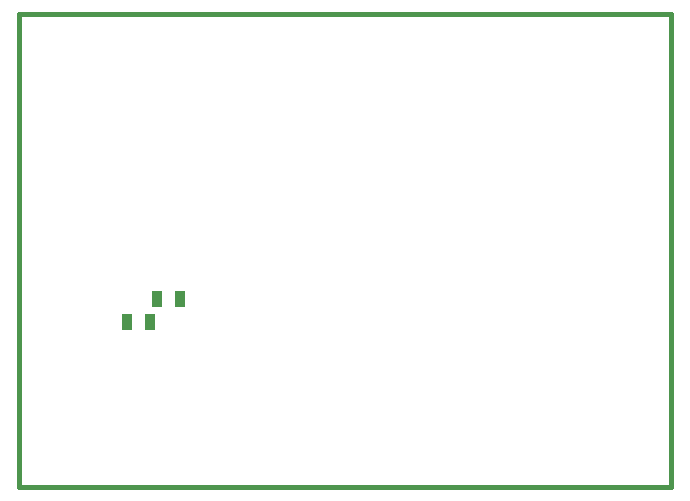
<source format=gbp>
G04 (created by PCBNEW-RS274X (20100308 SVN-R2437)-RC5) date Wed 10 Mar 2010 11:33:35 AM CET*
G01*
G70*
G90*
%MOIN*%
G04 Gerber Fmt 3.4, Leading zero omitted, Abs format*
%FSLAX34Y34*%
G04 APERTURE LIST*
%ADD10C,0.006000*%
%ADD11C,0.015000*%
%ADD12R,0.035000X0.055000*%
G04 APERTURE END LIST*
G54D10*
G54D11*
X41500Y-29000D02*
X41500Y-13250D01*
X63250Y-29000D02*
X41500Y-29000D01*
X63250Y-28750D02*
X63250Y-29000D01*
X63250Y-13250D02*
X63250Y-28750D01*
X41500Y-13250D02*
X63250Y-13250D01*
G54D12*
X45875Y-23500D03*
X45125Y-23500D03*
X46875Y-22750D03*
X46125Y-22750D03*
M02*

</source>
